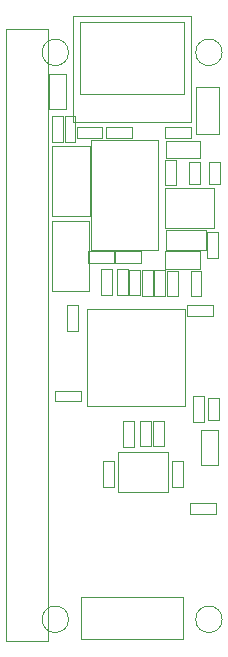
<source format=gbr>
%TF.GenerationSoftware,KiCad,Pcbnew,(6.0.7)*%
%TF.CreationDate,2022-09-23T08:48:44+05:30*%
%TF.ProjectId,Mitayi-Pico-RP2040,4d697461-7969-42d5-9069-636f2d525032,0.4*%
%TF.SameCoordinates,PX825e060PY6d4a840*%
%TF.FileFunction,Other,User*%
%FSLAX46Y46*%
G04 Gerber Fmt 4.6, Leading zero omitted, Abs format (unit mm)*
G04 Created by KiCad (PCBNEW (6.0.7)) date 2022-09-23 08:48:44*
%MOMM*%
%LPD*%
G01*
G04 APERTURE LIST*
%ADD10C,0.050000*%
G04 APERTURE END LIST*
D10*
%TO.C,JP5*%
X16930000Y18360000D02*
X16930000Y20220000D01*
X17870000Y18360000D02*
X16930000Y18360000D01*
X16930000Y20220000D02*
X17870000Y20220000D01*
X17870000Y20220000D02*
X17870000Y18360000D01*
%TO.C,D2*%
X17760000Y14570000D02*
X16300000Y14570000D01*
X17760000Y17530000D02*
X17760000Y14570000D01*
X16300000Y14570000D02*
X16300000Y17530000D01*
X16300000Y17530000D02*
X17760000Y17530000D01*
%TO.C,C17*%
X8970000Y14860000D02*
X8970000Y12700000D01*
X8050000Y14860000D02*
X8970000Y14860000D01*
X8050000Y12700000D02*
X8050000Y14860000D01*
X8970000Y12700000D02*
X8050000Y12700000D01*
%TO.C,C12*%
X5890000Y28090000D02*
X5890000Y25930000D01*
X4970000Y25930000D02*
X4970000Y28090000D01*
X4970000Y28090000D02*
X5890000Y28090000D01*
X5890000Y25930000D02*
X4970000Y25930000D01*
%TO.C,C13*%
X13330000Y42020000D02*
X16290000Y42020000D01*
X13330000Y40560000D02*
X13330000Y42020000D01*
X16290000Y40560000D02*
X13330000Y40560000D01*
X16290000Y42020000D02*
X16290000Y40560000D01*
%TO.C,C6*%
X4000000Y19940000D02*
X4000000Y20860000D01*
X4000000Y20860000D02*
X6160000Y20860000D01*
X6160000Y19940000D02*
X4000000Y19940000D01*
X6160000Y20860000D02*
X6160000Y19940000D01*
%TO.C,C11*%
X16365000Y31010000D02*
X16365000Y28850000D01*
X16365000Y28850000D02*
X15445000Y28850000D01*
X15445000Y31010000D02*
X16365000Y31010000D01*
X15445000Y28850000D02*
X15445000Y31010000D01*
%TO.C,C19*%
X5700000Y41910000D02*
X4780000Y41910000D01*
X5700000Y44070000D02*
X5700000Y41910000D01*
X4780000Y44070000D02*
X5700000Y44070000D01*
X4780000Y41910000D02*
X4780000Y44070000D01*
%TO.C,R2*%
X8950000Y32640000D02*
X8950000Y31700000D01*
X8950000Y31700000D02*
X6750000Y31700000D01*
X6750000Y31700000D02*
X6750000Y32640000D01*
X6750000Y32640000D02*
X8950000Y32640000D01*
%TO.C,R7*%
X15370000Y10390000D02*
X15370000Y11330000D01*
X17570000Y11330000D02*
X17570000Y10390000D01*
X17570000Y10390000D02*
X15370000Y10390000D01*
X15370000Y11330000D02*
X17570000Y11330000D01*
%TO.C,H3*%
X18118034Y1490000D02*
G75*
G03*
X18118034Y1490000I-1118034J0D01*
G01*
%TO.C,R10*%
X9750000Y16120000D02*
X9750000Y18320000D01*
X10690000Y16120000D02*
X9750000Y16120000D01*
X9750000Y18320000D02*
X10690000Y18320000D01*
X10690000Y18320000D02*
X10690000Y16120000D01*
%TO.C,C10*%
X15150000Y27170000D02*
X15150000Y28090000D01*
X17310000Y27170000D02*
X15150000Y27170000D01*
X17310000Y28090000D02*
X17310000Y27170000D01*
X15150000Y28090000D02*
X17310000Y28090000D01*
%TO.C,U3*%
X6700000Y27750000D02*
X6700000Y19510000D01*
X6700000Y19510000D02*
X14940000Y19510000D01*
X14940000Y19510000D02*
X14940000Y27750000D01*
X14940000Y27750000D02*
X6700000Y27750000D01*
%TO.C,R5*%
X11355000Y31050000D02*
X12295000Y31050000D01*
X11355000Y28850000D02*
X11355000Y31050000D01*
X12295000Y28850000D02*
X11355000Y28850000D01*
X12295000Y31050000D02*
X12295000Y28850000D01*
%TO.C,C2*%
X12290000Y18310000D02*
X13210000Y18310000D01*
X13210000Y18310000D02*
X13210000Y16150000D01*
X13210000Y16150000D02*
X12290000Y16150000D01*
X12290000Y16150000D02*
X12290000Y18310000D01*
%TO.C,U1*%
X7000000Y32800000D02*
X12720000Y32800000D01*
X12720000Y32800000D02*
X12720000Y42100000D01*
X7000000Y42100000D02*
X7000000Y32800000D01*
X12720000Y42100000D02*
X7000000Y42100000D01*
%TO.C,C5*%
X11180000Y28945000D02*
X10260000Y28945000D01*
X10260000Y28945000D02*
X10260000Y31105000D01*
X10260000Y31105000D02*
X11180000Y31105000D01*
X11180000Y31105000D02*
X11180000Y28945000D01*
%TO.C,R1*%
X11280000Y31700000D02*
X9080000Y31700000D01*
X9080000Y32640000D02*
X11280000Y32640000D01*
X11280000Y32640000D02*
X11280000Y31700000D01*
X9080000Y31700000D02*
X9080000Y32640000D01*
%TO.C,C4*%
X14390000Y28860000D02*
X13470000Y28860000D01*
X13470000Y28860000D02*
X13470000Y31020000D01*
X14390000Y31020000D02*
X14390000Y28860000D01*
X13470000Y31020000D02*
X14390000Y31020000D01*
%TO.C,C1*%
X7990000Y42240000D02*
X5830000Y42240000D01*
X7990000Y43160000D02*
X7990000Y42240000D01*
X5830000Y42240000D02*
X5830000Y43160000D01*
X5830000Y43160000D02*
X7990000Y43160000D01*
%TO.C,J5*%
X14800000Y-200000D02*
X14800000Y3400000D01*
X14800000Y3400000D02*
X6150000Y3400000D01*
X6150000Y3400000D02*
X6150000Y-200000D01*
X6150000Y-200000D02*
X14800000Y-200000D01*
%TO.C,JP1*%
X17970000Y38320000D02*
X17030000Y38320000D01*
X17030000Y40180000D02*
X17970000Y40180000D01*
X17030000Y38320000D02*
X17030000Y40180000D01*
X17970000Y40180000D02*
X17970000Y38320000D01*
%TO.C,R9*%
X16830000Y34290000D02*
X17770000Y34290000D01*
X16830000Y32090000D02*
X16830000Y34290000D01*
X17770000Y32090000D02*
X16830000Y32090000D01*
X17770000Y34290000D02*
X17770000Y32090000D01*
%TO.C,C9*%
X12090000Y16140000D02*
X11170000Y16140000D01*
X11170000Y16140000D02*
X11170000Y18300000D01*
X12090000Y18300000D02*
X12090000Y16140000D01*
X11170000Y18300000D02*
X12090000Y18300000D01*
%TO.C,C8*%
X15640000Y20390000D02*
X16560000Y20390000D01*
X15640000Y18230000D02*
X15640000Y20390000D01*
X16560000Y18230000D02*
X15640000Y18230000D01*
X16560000Y20390000D02*
X16560000Y18230000D01*
%TO.C,C15*%
X16270000Y31190000D02*
X13310000Y31190000D01*
X13310000Y31190000D02*
X13310000Y32650000D01*
X16270000Y32650000D02*
X16270000Y31190000D01*
X13310000Y32650000D02*
X16270000Y32650000D01*
%TO.C,H2*%
X5118034Y1490000D02*
G75*
G03*
X5118034Y1490000I-1118034J0D01*
G01*
%TO.C,J2*%
X15510000Y43570000D02*
X5510000Y43570000D01*
X5510000Y43570000D02*
X5510000Y52570000D01*
X5510000Y52570000D02*
X15510000Y52570000D01*
X15510000Y52570000D02*
X15510000Y43570000D01*
%TO.C,C16*%
X13300000Y38240000D02*
X13300000Y40400000D01*
X13300000Y40400000D02*
X14220000Y40400000D01*
X14220000Y38240000D02*
X13300000Y38240000D01*
X14220000Y40400000D02*
X14220000Y38240000D01*
%TO.C,JP4*%
X15280000Y38320000D02*
X15280000Y40180000D01*
X16220000Y38320000D02*
X15280000Y38320000D01*
X15280000Y40180000D02*
X16220000Y40180000D01*
X16220000Y40180000D02*
X16220000Y38320000D01*
%TO.C,R4*%
X8250000Y43170000D02*
X10450000Y43170000D01*
X10450000Y43170000D02*
X10450000Y42230000D01*
X8250000Y42230000D02*
X8250000Y43170000D01*
X10450000Y42230000D02*
X8250000Y42230000D01*
%TO.C,Y1*%
X13530000Y12250000D02*
X13530000Y15650000D01*
X9330000Y15650000D02*
X9330000Y12250000D01*
X9330000Y12250000D02*
X13530000Y12250000D01*
X13530000Y15650000D02*
X9330000Y15650000D01*
%TO.C,R8*%
X3700000Y44120000D02*
X4640000Y44120000D01*
X4640000Y44120000D02*
X4640000Y41920000D01*
X3700000Y41920000D02*
X3700000Y44120000D01*
X4640000Y41920000D02*
X3700000Y41920000D01*
%TO.C,D1*%
X17850000Y42600000D02*
X17850000Y46600000D01*
X15950000Y42600000D02*
X17850000Y42600000D01*
X15950000Y46600000D02*
X17850000Y46600000D01*
X15950000Y42600000D02*
X15950000Y46600000D01*
%TO.C,D3*%
X3470000Y47680000D02*
X4930000Y47680000D01*
X3470000Y44720000D02*
X3470000Y47680000D01*
X4930000Y44720000D02*
X3470000Y44720000D01*
X4930000Y47680000D02*
X4930000Y44720000D01*
%TO.C,H4*%
X18118034Y49490000D02*
G75*
G03*
X18118034Y49490000I-1118034J0D01*
G01*
%TO.C,J6*%
X14910000Y52040000D02*
X6110000Y52040000D01*
X14910000Y52040000D02*
X14910000Y45940000D01*
X14910000Y45940000D02*
X6110000Y45940000D01*
X6110000Y45940000D02*
X6110000Y52040000D01*
%TO.C,H1*%
X5118034Y49490000D02*
G75*
G03*
X5118034Y49490000I-1118034J0D01*
G01*
%TO.C,SW1*%
X6900000Y41550000D02*
X3700000Y41550000D01*
X3700000Y41550000D02*
X3700000Y35650000D01*
X3700000Y35650000D02*
X6900000Y35650000D01*
X6900000Y35650000D02*
X6900000Y41550000D01*
%TO.C,C18*%
X13870000Y12730000D02*
X13870000Y14890000D01*
X13870000Y14890000D02*
X14790000Y14890000D01*
X14790000Y14890000D02*
X14790000Y12730000D01*
X14790000Y12730000D02*
X13870000Y12730000D01*
%TO.C,C7*%
X9260000Y31110000D02*
X10180000Y31110000D01*
X10180000Y31110000D02*
X10180000Y28950000D01*
X10180000Y28950000D02*
X9260000Y28950000D01*
X9260000Y28950000D02*
X9260000Y31110000D01*
%TO.C,R6*%
X13295000Y31050000D02*
X13295000Y28850000D01*
X12355000Y31050000D02*
X13295000Y31050000D01*
X13295000Y28850000D02*
X12355000Y28850000D01*
X12355000Y28850000D02*
X12355000Y31050000D01*
%TO.C,J3*%
X-200000Y-350000D02*
X3400000Y-350000D01*
X-200000Y51500000D02*
X-200000Y-350000D01*
X3400000Y51500000D02*
X-200000Y51500000D01*
X3400000Y-350000D02*
X3400000Y51500000D01*
%TO.C,C14*%
X16735000Y32720000D02*
X13335000Y32720000D01*
X13335000Y34480000D02*
X16735000Y34480000D01*
X13335000Y32720000D02*
X13335000Y34480000D01*
X16735000Y34480000D02*
X16735000Y32720000D01*
%TO.C,R3*%
X13300000Y42230000D02*
X13300000Y43170000D01*
X15500000Y42230000D02*
X13300000Y42230000D01*
X13300000Y43170000D02*
X15500000Y43170000D01*
X15500000Y43170000D02*
X15500000Y42230000D01*
%TO.C,U2*%
X17400000Y38030000D02*
X13300000Y38030000D01*
X13300000Y34630000D02*
X17400000Y34630000D01*
X13300000Y38030000D02*
X13300000Y34630000D01*
X17400000Y34630000D02*
X17400000Y38030000D01*
%TO.C,R11*%
X7860000Y31130000D02*
X8800000Y31130000D01*
X7860000Y28930000D02*
X7860000Y31130000D01*
X8800000Y28930000D02*
X7860000Y28930000D01*
X8800000Y31130000D02*
X8800000Y28930000D01*
%TO.C,SW2*%
X3685000Y29285000D02*
X6885000Y29285000D01*
X6885000Y29285000D02*
X6885000Y35185000D01*
X6885000Y35185000D02*
X3685000Y35185000D01*
X3685000Y35185000D02*
X3685000Y29285000D01*
%TD*%
M02*

</source>
